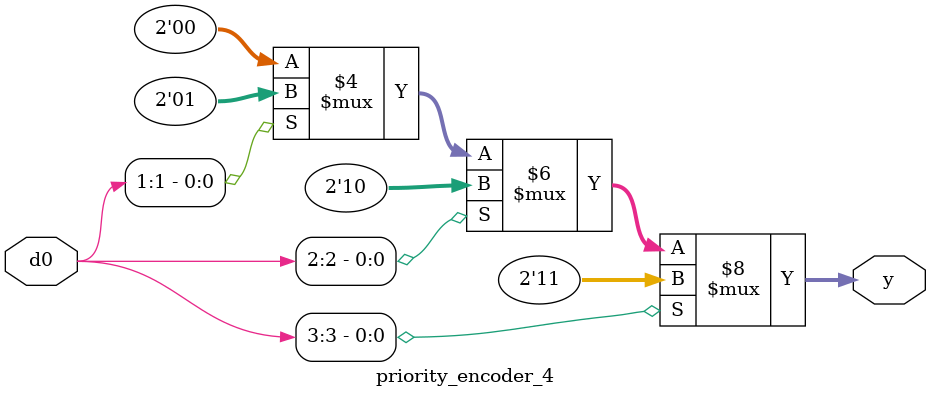
<source format=v>
module priority_encoder_4 (input [3:0]d0,output reg [1:0]y);
always@(*)
begin
	casez(d0)
		4'b1??? : y=2'b11;
		4'b?1?? : y=2'b10;
		4'b??1? : y=2'b01;
		4'b???1 : y=2'b00;
		default : y=2'b00;
	endcase
end
endmodule



</source>
